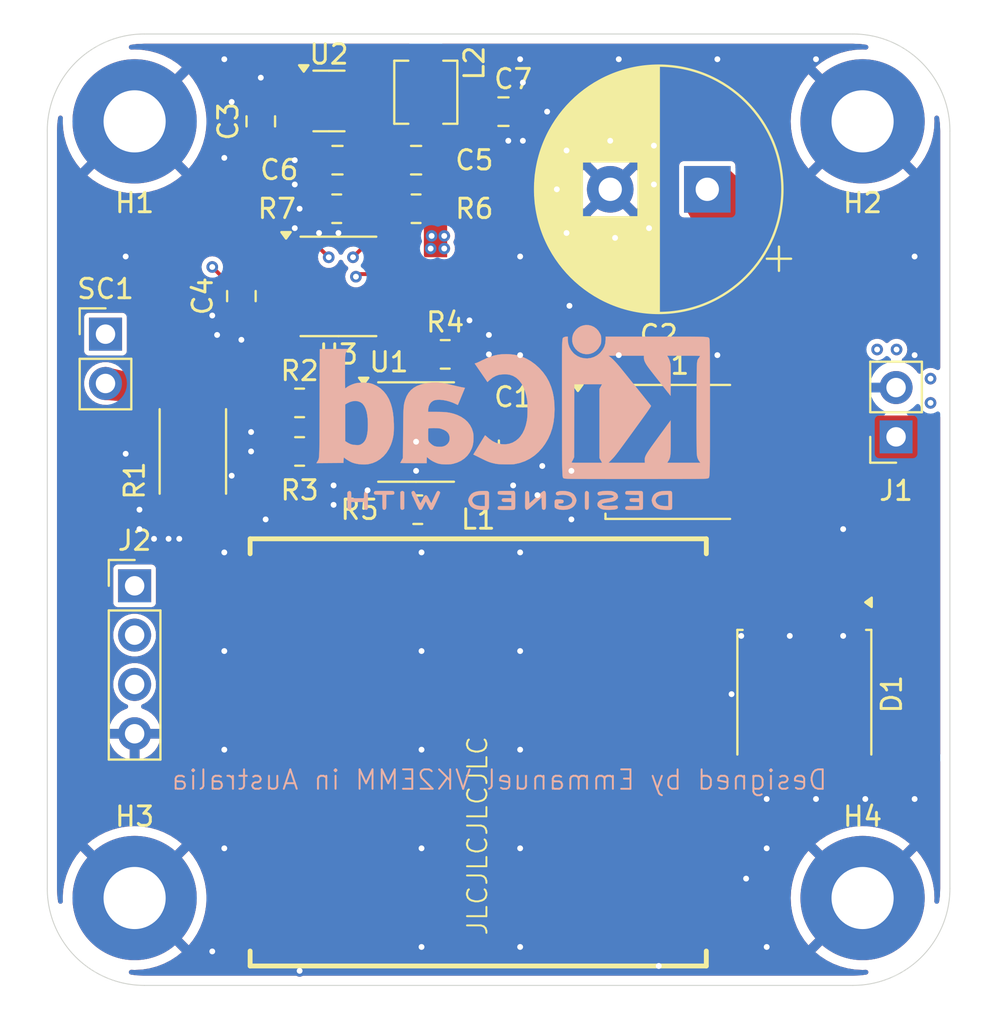
<source format=kicad_pcb>
(kicad_pcb (version 20240108) (generator "pcbnew") (generator_version "8.0")
  (layers (0 "F.Cu" signal) (1 "In1.Cu" signal) (2 "In2.Cu" signal) (3 "In3.Cu" signal) (4 "In4.Cu" signal) (31 "B.Cu" signal) (34 "B.Paste" user) (35 "F.Paste" user) (36 "B.SilkS" user "B.Silkscreen") (37 "F.SilkS" user "F.Silkscreen") (38 "B.Mask" user) (39 "F.Mask" user) (44 "Edge.Cuts" user))
  (net 0 "")
  (net 1 "VBUS")
  (net 2 "GND")
  (net 3 "VCC")
  (net 4 "Net-(U1-+)")
  (net 5 "Net-(U1--)")
  (net 6 "/V_{drop}")
  (net 7 "Net-(SC1--)")
  (net 10 "/swdio")
  (net 11 "/swclk")
  (net 12 "Net-(U2-FB)")
  (net 13 "Net-(Q1-D)")
  (net 14 "/pwm")
  (net 15 "Net-(D1-A)")
  (net 16 "Net-(U2-SW)")
  (footprint "plib:IND-SMD_L23.5-W22.0" (layer "F.Cu") (at 84.2 86.5)
    (property "Reference" "L1" (at 0 -12 0) (layer "F.SilkS"))
    (property "Value" "FXL2213-680-M 100u")
    (pad "1" smd rect (at -9.2 0) (size 5.75 20) (layers "F.Cu" "F.Paste" "F.Mask") (net 1 "VBUS"))
    (pad "2" smd rect (at 9.2 0) (size 5.75 20) (layers "F.Cu" "F.Paste" "F.Mask") (net 13 "Net-(Q1-D)"))
  )
  (footprint "Inductor_SMD:L_Vishay_IHLP-1212" (layer "F.Cu") (at 81.5 52.5 -90)
    (property "Reference" "L2" (at -1.5 -2.5 90) (layer "F.SilkS"))
    (property "Value" "2.2u")
    (pad "1" smd rect (at -1.35 0 270) (size 1.5 1.2) (layers "F.Cu" "F.Paste" "F.Mask") (net 16 "Net-(U2-SW)"))
    (pad "2" smd rect (at 1.35 0 270) (size 1.5 1.2) (layers "F.Cu" "F.Paste" "F.Mask") (net 3 "VCC"))
  )
  (footprint "Resistor_SMD:R_2512_6332Metric" (layer "F.Cu") (at 69.5 71 -90)
    (property "Reference" "R1" (at 1.5 3 90) (layer "F.SilkS"))
    (property "Value" "50m")
    (pad "1" smd roundrect (at -2.9625 0 270) (size 1.225 3.35) (layers "F.Cu" "F.Paste" "F.Mask") (roundrect_rratio 0.204082) (net 7 "Net-(SC1--)"))
    (pad "2" smd roundrect (at 2.9625 0 270) (size 1.225 3.35) (layers "F.Cu" "F.Paste" "F.Mask") (roundrect_rratio 0.204082) (net 2 "GND"))
  )
  (footprint "Resistor_SMD:R_0805_2012Metric" (layer "F.Cu") (at 75 68.5)
    (property "Reference" "R2" (at 0 -1.65 0) (layer "F.SilkS"))
    (property "Value" "282k")
    (pad "1" smd roundrect (at -0.9125 0) (size 1.025 1.4) (layers "F.Cu" "F.Paste" "F.Mask") (roundrect_rratio 0.243902) (net 7 "Net-(SC1--)"))
    (pad "2" smd roundrect (at 0.9125 0) (size 1.025 1.4) (layers "F.Cu" "F.Paste" "F.Mask") (roundrect_rratio 0.243902) (net 4 "Net-(U1-+)"))
  )
  (footprint "Resistor_SMD:R_0805_2012Metric" (layer "F.Cu") (at 76.9125 58.5 180)
    (property "Reference" "R7" (at 3.0875 0 0) (layer "F.SilkS"))
    (property "Value" "100k")
    (pad "1" smd roundrect (at -0.9125 0 180) (size 1.025 1.4) (layers "F.Cu" "F.Paste" "F.Mask") (roundrect_rratio 0.243902) (net 12 "Net-(U2-FB)"))
    (pad "2" smd roundrect (at 0.9125 0 180) (size 1.025 1.4) (layers "F.Cu" "F.Paste" "F.Mask") (roundrect_rratio 0.243902) (net 2 "GND"))
  )
  (footprint "Resistor_SMD:R_0805_2012Metric" (layer "F.Cu") (at 81.0875 74)
    (property "Reference" "R5" (at -3 0 0) (layer "F.SilkS"))
    (property "Value" "4.7k")
    (pad "1" smd roundrect (at -0.9125 0) (size 1.025 1.4) (layers "F.Cu" "F.Paste" "F.Mask") (roundrect_rratio 0.243902) (net 5 "Net-(U1--)"))
    (pad "2" smd roundrect (at 0.9125 0) (size 1.025 1.4) (layers "F.Cu" "F.Paste" "F.Mask") (roundrect_rratio 0.243902) (net 6 "/V_{drop}"))
  )
  (footprint "Resistor_SMD:R_0805_2012Metric" (layer "F.Cu") (at 82.5 66)
    (property "Reference" "R4" (at 0 -1.65 0) (layer "F.SilkS"))
    (property "Value" "4.7k")
    (pad "1" smd roundrect (at -0.9125 0) (size 1.025 1.4) (layers "F.Cu" "F.Paste" "F.Mask") (roundrect_rratio 0.243902) (net 4 "Net-(U1-+)"))
    (pad "2" smd roundrect (at 0.9125 0) (size 1.025 1.4) (layers "F.Cu" "F.Paste" "F.Mask") (roundrect_rratio 0.243902) (net 2 "GND"))
  )
  (footprint "MountingHole:MountingHole_3.2mm_M3_Pad" (layer "F.Cu") (at 66.5 94)
    (property "Reference" "H3" (at 0 -4.2 0) (layer "F.SilkS"))
    (property "Value" "MountingHole_Pad")
    (pad "1" thru_hole circle (at 0 0) (size 6.4 6.4) (drill 3.2) (layers "*.Cu" "*.Mask") (net 2 "GND"))
  )
  (footprint "Capacitor_THT:CP_Radial_D12.5mm_P5.00mm" (layer "F.Cu") (at 96 57.5 180)
    (property "Reference" "C2" (at 2.5 -7.5 0) (layer "F.SilkS"))
    (property "Value" "200u")
    (pad "1" thru_hole rect (at 0 0 180) (size 2.4 2.4) (drill 1.2) (layers "*.Cu" "*.Mask") (net 15 "Net-(D1-A)"))
    (pad "2" thru_hole circle (at 5 0 180) (size 2.4 2.4) (drill 1.2) (layers "*.Cu" "*.Mask") (net 2 "GND"))
  )
  (footprint "Resistor_SMD:R_0805_2012Metric" (layer "F.Cu") (at 75 71)
    (property "Reference" "R3" (at 0 2 0) (layer "F.SilkS"))
    (property "Value" "282k")
    (pad "1" smd roundrect (at -0.9125 0) (size 1.025 1.4) (layers "F.Cu" "F.Paste" "F.Mask") (roundrect_rratio 0.243902) (net 2 "GND"))
    (pad "2" smd roundrect (at 0.9125 0) (size 1.025 1.4) (layers "F.Cu" "F.Paste" "F.Mask") (roundrect_rratio 0.243902) (net 5 "Net-(U1--)"))
  )
  (footprint "Package_SO:SOIC-8_3.9x4.9mm_P1.27mm" (layer "F.Cu") (at 77 62.5)
    (property "Reference" "U3" (at 0 3.5 0) (layer "F.SilkS"))
    (property "Value" "STM32G030J6Mx")
    (pad "1" smd roundrect (at -2.475 -1.905) (size 1.95 0.6) (layers "F.Cu" "F.Paste" "F.Mask") (net 6 "/V_{drop}"))
    (pad "2" smd roundrect (at -2.475 -0.635) (size 1.95 0.6) (layers "F.Cu" "F.Paste" "F.Mask") (net 3 "VCC"))
    (pad "3" smd roundrect (at -2.475 0.635) (size 1.95 0.6) (layers "F.Cu" "F.Paste" "F.Mask") (net 2 "GND"))
    (pad "4" smd roundrect (at -2.475 1.905) (size 1.95 0.6) (layers "F.Cu" "F.Paste" "F.Mask"))
    (pad "5" smd roundrect (at 2.475 1.905) (size 1.95 0.6) (layers "F.Cu" "F.Paste" "F.Mask"))
    (pad "6" smd roundrect (at 2.475 0.635) (size 1.95 0.6) (layers "F.Cu" "F.Paste" "F.Mask") (net 14 "/pwm"))
    (pad "7" smd roundrect (at 2.475 -0.635) (size 1.95 0.6) (layers "F.Cu" "F.Paste" "F.Mask") (net 10 "/swdio"))
    (pad "8" smd roundrect (at 2.475 -1.905) (size 1.95 0.6) (layers "F.Cu" "F.Paste" "F.Mask") (net 11 "/swclk"))
  )
  (footprint "Capacitor_SMD:C_0805_2012Metric" (layer "F.Cu") (at 86 70.7 -90)
    (property "Reference" "C1" (at -2.5 0 0) (layer "F.SilkS"))
    (property "Value" "100n")
    (pad "1" smd roundrect (at -0.95 0 270) (size 1 1.45) (layers "F.Cu" "F.Paste" "F.Mask") (net 1 "VBUS"))
    (pad "2" smd roundrect (at 0.95 0 270) (size 1 1.45) (layers "F.Cu" "F.Paste" "F.Mask") (net 2 "GND"))
  )
  (footprint "Package_TO_SOT_SMD:TSOT-23-5" (layer "F.Cu") (at 76.5125 52.95)
    (property "Reference" "U2" (at 0 -2.4 0) (layer "F.SilkS"))
    (property "Value" "LM3671")
    (pad "1" smd roundrect (at -1.1375 -0.95) (size 1.325 0.6) (layers "F.Cu" "F.Paste" "F.Mask") (net 1 "VBUS"))
    (pad "2" smd roundrect (at -1.1375 0) (size 1.325 0.6) (layers "F.Cu" "F.Paste" "F.Mask") (net 2 "GND"))
    (pad "3" smd roundrect (at -1.1375 0.95) (size 1.325 0.6) (layers "F.Cu" "F.Paste" "F.Mask") (net 1 "VBUS"))
    (pad "4" smd roundrect (at 1.1375 0.95) (size 1.325 0.6) (layers "F.Cu" "F.Paste" "F.Mask") (net 12 "Net-(U2-FB)"))
    (pad "5" smd roundrect (at 1.1375 -0.95) (size 1.325 0.6) (layers "F.Cu" "F.Paste" "F.Mask") (net 16 "Net-(U2-SW)"))
  )
  (footprint "MountingHole:MountingHole_3.2mm_M3_Pad" (layer "F.Cu") (at 104 54 180)
    (property "Reference" "H2" (at 0 -4.2 0) (layer "F.SilkS"))
    (property "Value" "MountingHole_Pad")
    (pad "1" thru_hole circle (at 0 0 180) (size 6.4 6.4) (drill 3.2) (layers "*.Cu" "*.Mask") (net 2 "GND"))
  )
  (footprint "Capacitor_SMD:C_0805_2012Metric" (layer "F.Cu") (at 73 54 90)
    (property "Reference" "C3" (at 0 -1.68 90) (layer "F.SilkS"))
    (property "Value" "4.7u")
    (pad "1" smd roundrect (at -0.95 0 90) (size 1 1.45) (layers "F.Cu" "F.Paste" "F.Mask") (net 1 "VBUS"))
    (pad "2" smd roundrect (at 0.95 0 90) (size 1 1.45) (layers "F.Cu" "F.Paste" "F.Mask") (net 2 "GND"))
  )
  (footprint "Connector_PinHeader_2.54mm:PinHeader_1x04_P2.54mm_Vertical" (layer "F.Cu") (at 66.5 77.92)
    (property "Reference" "J2" (at 0 -2.33 0) (layer "F.SilkS"))
    (property "Value" "programming")
    (pad "1" thru_hole rect (at 0 0) (size 1.7 1.7) (drill 1) (layers "*.Cu" "*.Mask") (net 3 "VCC"))
    (pad "2" thru_hole oval (at 0 2.54) (size 1.7 1.7) (drill 1) (layers "*.Cu" "*.Mask") (net 11 "/swclk"))
    (pad "3" thru_hole oval (at 0 5.08) (size 1.7 1.7) (drill 1) (layers "*.Cu" "*.Mask") (net 10 "/swdio"))
    (pad "4" thru_hole oval (at 0 7.62) (size 1.7 1.7) (drill 1) (layers "*.Cu" "*.Mask") (net 2 "GND"))
  )
  (footprint "Package_SO:SOIC-8_3.9x4.9mm_P1.27mm" (layer "F.Cu") (at 81 70)
    (property "Reference" "U1" (at -1.4 -3.6 0) (layer "F.SilkS"))
    (property "Value" "MC33201DR2G")
    (pad "1" smd roundrect (at -2.475 -1.905) (size 1.95 0.6) (layers "F.Cu" "F.Paste" "F.Mask") (net 4 "Net-(U1-+)"))
    (pad "2" smd roundrect (at -2.475 -0.635) (size 1.95 0.6) (layers "F.Cu" "F.Paste" "F.Mask") (net 5 "Net-(U1--)"))
    (pad "3" smd roundrect (at -2.475 0.635) (size 1.95 0.6) (layers "F.Cu" "F.Paste" "F.Mask"))
    (pad "4" smd roundrect (at -2.475 1.905) (size 1.95 0.6) (layers "F.Cu" "F.Paste" "F.Mask") (net 2 "GND"))
    (pad "5" smd roundrect (at 2.475 1.905) (size 1.95 0.6) (layers "F.Cu" "F.Paste" "F.Mask"))
    (pad "6" smd roundrect (at 2.475 0.635) (size 1.95 0.6) (layers "F.Cu" "F.Paste" "F.Mask") (net 6 "/V_{drop}"))
    (pad "7" smd roundrect (at 2.475 -0.635) (size 1.95 0.6) (layers "F.Cu" "F.Paste" "F.Mask") (net 1 "VBUS"))
    (pad "8" smd roundrect (at 2.475 -1.905) (size 1.95 0.6) (layers "F.Cu" "F.Paste" "F.Mask"))
  )
  (footprint "Capacitor_SMD:C_0805_2012Metric" (layer "F.Cu") (at 85.5 53.5)
    (property "Reference" "C7" (at 0.5 -1.68 0) (layer "F.SilkS"))
    (property "Value" "10u")
    (pad "1" smd roundrect (at -0.95 0) (size 1 1.45) (layers "F.Cu" "F.Paste" "F.Mask") (net 3 "VCC"))
    (pad "2" smd roundrect (at 0.95 0) (size 1 1.45) (layers "F.Cu" "F.Paste" "F.Mask") (net 2 "GND"))
  )
  (footprint "Capacitor_SMD:C_0805_2012Metric" (layer "F.Cu") (at 72 63 -90)
    (property "Reference" "C4" (at 0 2 90) (layer "F.SilkS"))
    (property "Value" "100n")
    (pad "1" smd roundrect (at -0.95 0 270) (size 1 1.45) (layers "F.Cu" "F.Paste" "F.Mask") (net 3 "VCC"))
    (pad "2" smd roundrect (at 0.95 0 270) (size 1 1.45) (layers "F.Cu" "F.Paste" "F.Mask") (net 2 "GND"))
  )
  (footprint "Package_TO_SOT_SMD:TO-252-2" (layer "F.Cu") (at 101 83.5 -90)
    (property "Reference" "D1" (at 0 -4.5 90) (layer "F.SilkS"))
    (property "Value" "VS-48CTQ060S")
    (pad "1" smd roundrect (at -5.04 -2.28 270) (size 2.2 1.2) (layers "F.Cu" "F.Paste" "F.Mask") (roundrect_rratio 0.208333) (net 13 "Net-(Q1-D)"))
    (pad "2" smd roundrect (at -0.415 -1.525 270) (size 3.05 2.75) (layers "F.Cu" "F.Paste") (roundrect_rratio 0.090909) (net 15 "Net-(D1-A)"))
    (pad "2" smd roundrect (at -0.415 1.525 270) (size 3.05 2.75) (layers "F.Cu" "F.Paste") (roundrect_rratio 0.090909) (net 15 "Net-(D1-A)"))
    (pad "2" smd roundrect (at 1.26 0 270) (size 6.4 5.8) (layers "F.Cu" "F.Mask") (roundrect_rratio 0.043103) (net 15 "Net-(D1-A)"))
    (pad "2" smd roundrect (at 2.935 -1.525 270) (size 3.05 2.75) (layers "F.Cu" "F.Paste") (roundrect_rratio 0.090909) (net 15 "Net-(D1-A)"))
    (pad "2" smd roundrect (at 2.935 1.525 270) (size 3.05 2.75) (layers "F.Cu" "F.Paste") (roundrect_rratio 0.090909) (net 15 "Net-(D1-A)"))
    (pad "3" smd roundrect (at -5.04 2.28 270) (size 2.2 1.2) (layers "F.Cu" "F.Paste" "F.Mask") (roundrect_rratio 0.208333) (net 13 "Net-(Q1-D)"))
  )
  (footprint "Connector_PinHeader_2.54mm:PinHeader_1x02_P2.54mm_Vertical" (layer "F.Cu") (at 65 64.96)
    (property "Reference" "SC1" (at 0 -2.33 0) (layer "F.SilkS"))
    (property "Value" "Solar_Cells")
    (pad "1" thru_hole rect (at 0 0) (size 1.7 1.7) (drill 1) (layers "*.Cu" "*.Mask") (net 1 "VBUS"))
    (pad "2" thru_hole oval (at 0 2.54) (size 1.7 1.7) (drill 1) (layers "*.Cu" "*.Mask") (net 7 "Net-(SC1--)"))
  )
  (footprint "MountingHole:MountingHole_3.2mm_M3_Pad" (layer "F.Cu") (at 66.5 54 180)
    (property "Reference" "H1" (at 0 -4.2 0) (layer "F.SilkS"))
    (property "Value" "MountingHole_Pad")
    (pad "1" thru_hole circle (at 0 0 180) (size 6.4 6.4) (drill 3.2) (layers "*.Cu" "*.Mask") (net 2 "GND"))
  )
  (footprint "Capacitor_SMD:C_0805_2012Metric" (layer "F.Cu") (at 81 56 180)
    (property "Reference" "C5" (at -3 0 0) (layer "F.SilkS"))
    (property "Value" "6.8p")
    (pad "1" smd roundrect (at -0.95 0 180) (size 1 1.45) (layers "F.Cu" "F.Paste" "F.Mask") (net 3 "VCC"))
    (pad "2" smd roundrect (at 0.95 0 180) (size 1 1.45) (layers "F.Cu" "F.Paste" "F.Mask") (net 12 "Net-(U2-FB)"))
  )
  (footprint "Package_TO_SOT_SMD:TO-252-2" (layer "F.Cu") (at 94.065 71.025)
    (property "Reference" "Q1" (at 0 -4.5 0) (layer "F.SilkS"))
    (property "Value" "IPD25N06S4L30ATMA2")
    (pad "1" smd roundrect (at -5.04 -2.28) (size 2.2 1.2) (layers "F.Cu" "F.Paste" "F.Mask") (roundrect_rratio 0.208333) (net 14 "/pwm"))
    (pad "2" smd roundrect (at -0.415 -1.525) (size 3.05 2.75) (layers "F.Cu" "F.Paste") (roundrect_rratio 0.090909) (net 13 "Net-(Q1-D)"))
    (pad "2" smd roundrect (at -0.415 1.525) (size 3.05 2.75) (layers "F.Cu" "F.Paste") (roundrect_rratio 0.090909) (net 13 "Net-(Q1-D)"))
    (pad "2" smd roundrect (at 1.26 0) (size 6.4 5.8) (layers "F.Cu" "F.Mask") (roundrect_rratio 0.043103) (net 13 "Net-(Q1-D)"))
    (pad "2" smd roundrect (at 2.935 -1.525) (size 3.05 2.75) (layers "F.Cu" "F.Paste") (roundrect_rratio 0.090909) (net 13 "Net-(Q1-D)"))
    (pad "2" smd roundrect (at 2.935 1.525) (size 3.05 2.75) (layers "F.Cu" "F.Paste") (roundrect_rratio 0.090909) (net 13 "Net-(Q1-D)"))
    (pad "3" smd roundrect (at -5.04 2.28) (size 2.2 1.2) (layers "F.Cu" "F.Paste" "F.Mask") (roundrect_rratio 0.208333) (net 2 "GND"))
  )
  (footprint "Resistor_SMD:R_0805_2012Metric" (layer "F.Cu") (at 81 58.5 180)
    (property "Reference" "R6" (at -3 0 0) (layer "F.SilkS"))
    (property "Value" "562k")
    (pad "1" smd roundrect (at -0.9125 0 180) (size 1.025 1.4) (layers "F.Cu" "F.Paste" "F.Mask") (roundrect_rratio 0.243902) (net 3 "VCC"))
    (pad "2" smd roundrect (at 0.9125 0 180) (size 1.025 1.4) (layers "F.Cu" "F.Paste" "F.Mask") (roundrect_rratio 0.243902) (net 12 "Net-(U2-FB)"))
  )
  (footprint "Capacitor_SMD:C_0805_2012Metric" (layer "F.Cu") (at 76.95 56 180)
    (property "Reference" "C6" (at 3 -0.5 0) (layer "F.SilkS"))
    (property "Value" "33p")
    (pad "1" smd roundrect (at -0.95 0 180) (size 1 1.45) (layers "F.Cu" "F.Paste" "F.Mask") (net 12 "Net-(U2-FB)"))
    (pad "2" smd roundrect (at 0.95 0 180) (size 1 1.45) (layers "F.Cu" "F.Paste" "F.Mask") (net 2 "GND"))
  )
  (footprint "Connector_PinSocket_2.54mm:PinSocket_1x02_P2.54mm_Vertical" (layer "F.Cu") (at 105.725 70.25 180)
    (property "Reference" "J1" (at 0 -2.77 0) (layer "F.SilkS"))
    (property "Value" "Out")
    (pad "1" thru_hole rect (at 0 0 180) (size 1.7 1.7) (drill 1) (layers "*.Cu" "*.Mask") (net 15 "Net-(D1-A)"))
    (pad "2" thru_hole oval (at 0 2.54 180) (size 1.7 1.7) (drill 1) (layers "*.Cu" "*.Mask") (net 2 "GND"))
  )
  (footprint "MountingHole:MountingHole_3.2mm_M3_Pad" (layer "F.Cu") (at 104 94)
    (property "Reference" "H4" (at 0 -4.2 0) (layer "F.SilkS"))
    (property "Value" "MountingHole_Pad")
    (pad "1" thru_hole circle (at 0 0) (size 6.4 6.4) (drill 3.2) (layers "*.Cu" "*.Mask") (net 2 "GND"))
  )
  (footprint "Symbol:KiCad-Logo2_8mm_SilkScreen" (layer "B.Cu") (at 86.009893 68.426424 180)
    (property "Reference" "REF**" (hide yes))
    (property "Value" "KiCad-Logo2_8mm_SilkScreen" (hide yes))
  )
  (gr_poly (pts (xy 73 52.75) (xy 73 53.5) (xy 75.25 53.25) (xy 75.25 52.75)) (stroke (width 0.2)) (fill solid) (layer "F.Cu") (net 2))
  (gr_poly (pts (xy 83.5 69) (xy 86 69.25) (xy 86 70.25) (xy 83.5 69.75)) (stroke (width 0.2)) (fill solid) (layer "F.Cu") (net 1))
  (gr_poly (pts (xy 84.5 53) (xy 84.5 54) (xy 81.75 54.5) (xy 81.75 53.25)) (stroke (width 0.2)) (fill solid) (layer "F.Cu") (net 3))
  (gr_poly (pts (xy 81 54) (xy 81.5 55.5) (xy 81.5 59) (xy 82.5 59) (xy 82.5 55.5) (xy 82 54)) (stroke (width 0.2)) (fill solid) (layer "F.Cu") (net 3))
  (gr_poly (pts (xy 72 63.5) (xy 72 64.25) (xy 73.75 63.25) (xy 73.75 63)) (stroke (width 0.2)) (fill solid) (layer "F.Cu") (net 2))
  (gr_poly (pts (xy 75.5 55.25) (xy 75.5 59.25) (xy 76.5 59.25) (xy 76.5 55.25)) (stroke (width 0.2)) (fill solid) (layer "F.Cu") (net 2))
  (gr_poly (pts (xy 77 54) (xy 77.5 55) (xy 77.5 59) (xy 80.5 59) (xy 80.5 55.5) (xy 79 54.5) (xy 78.5 54)) (stroke (width 0.2)) (fill solid) (layer "F.Cu") (net 12))
  (gr_poly (pts (xy 73 54.5) (xy 73 55.25) (xy 75 54.25) (xy 75 53.75)) (stroke (width 0.2)) (fill solid) (layer "F.Cu") (net 1))
  (gr_poly (pts (xy 81.5 50.5) (xy 77.5 51.5) (xy 77.5 52.5) (xy 81.5 52)) (stroke (width 0.2)) (fill solid) (layer "F.Cu") (net 16))
  (gr_poly (pts (xy 95 58.5) (xy 102 71) (xy 104 71) (xy 104 63) (xy 97 56.5) (xy 95 56.5)) (stroke (width 0.2)) (fill solid) (layer "F.Cu") (net 15))
  (gr_poly (pts (xy 81.5 59) (xy 81.5 60.9) (xy 82.5 60.9) (xy 82.5 59)) (stroke (width 0.2)) (fill solid) (layer "F.Cu") (net 3))
  (gr_poly (pts (xy 101.0025 82.66) (xy 104.5 81.5) (xy 105.25 77.25) (xy 105.25 71.5) (xy 102 71.25) (xy 102 71) (xy 104 69.25) (xy 107.9 69.25) (xy 107.9 86.5) (xy 101 86.5)) (stroke (width 0.2)) (fill solid) (layer "F.Cu") (net 15))
  (gr_poly (pts (xy 65 66.75) (xy 68.25 67.5) (xy 71 67.5) (xy 74.5 67.75) (xy 74.5 69) (xy 73.75 69) (xy 71 68.5) (xy 68.25 68.5) (xy 65 68.25)) (stroke (width 0.2)) (fill solid) (layer "F.Cu") (net 7))
  (gr_poly (pts (xy 74.5 61.75) (xy 74.5 62) (xy 72 62.5) (xy 72 61.75)) (stroke (width 0.2)) (fill solid) (layer "F.Cu") (net 3))
  (gr_poly (pts (xy 90.5 76.75) (xy 92.25 68.25) (xy 98.5 68.25) (xy 101 75) (xy 103.75 77.5) (xy 103.75 79.5) (xy 90.75 79.5) (xy 90.5 77)) (stroke (width 0.2)) (fill solid) (layer "F.Cu") (net 13))
  (gr_poly (pts (xy 75.75 52.15) (xy 76.35 52.4) (xy 76.35 53.5) (xy 75.75 53.75) (xy 75.75 54) (xy 76.6 54) (xy 76.6 51.75) (xy 75.75 51.75)) (stroke (width 0.2)) (fill solid) (layer "F.Cu") (net 1))
  (gr_line (start 67 49.5) (end 103.5 49.5) (stroke (width 0.05)) (layer "Edge.Cuts"))
  (gr_line (start 103.5 98.5) (end 67 98.5) (stroke (width 0.05)) (layer "Edge.Cuts"))
  (gr_line (start 108.5 54.5) (end 108.5 93.5) (stroke (width 0.05)) (layer "Edge.Cuts"))
  (gr_arc (start 67 98.5) (mid 63.464466 97.035534) (end 62 93.5) (stroke (width 0.05)) (layer "Edge.Cuts"))
  (gr_arc (start 108.5 93.5) (mid 107.035534 97.035534) (end 103.5 98.5) (stroke (width 0.05)) (layer "Edge.Cuts"))
  (gr_line (start 62 93.5) (end 62 54.5) (stroke (width 0.05)) (layer "Edge.Cuts"))
  (gr_arc (start 62 54.5) (mid 63.464466 50.964466) (end 67 49.5) (stroke (width 0.05)) (layer "Edge.Cuts"))
  (gr_arc (start 103.5 49.5) (mid 107.035534 50.964466) (end 108.5 54.5) (stroke (width 0.05)) (layer "Edge.Cuts"))
  (gr_text "Designed by Emmanuel VK2EMM in Australia" (at 102.25 88.5 0) (layer "B.SilkS") (effects (font (size 1 1) (thickness 0.1)) (justify left bottom mirror)))
  (gr_text "JLCJLCJLCJLC" (at 84.75 96 90) (layer "F.SilkS") (effects (font (size 1 1) (thickness 0.1)) (justify left bottom)))
  (via (at 107.5 68.5) (size 0.6) (drill 0.3) (layers "F.Cu" "B.Cu") (net 0))
  (via (at 107.5 67.25) (size 0.6) (drill 0.3) (layers "F.Cu" "B.Cu") (net 0))
  (via (at 104.75 65.75) (size 0.6) (drill 0.3) (layers "F.Cu" "B.Cu") (net 0))
  (via (at 105.75 65.75) (size 0.6) (drill 0.3) (layers "F.Cu" "B.Cu") (net 0))
  (via (at 106.68 60.96) (size 0.6) (drill 0.3) (layers "F.Cu" "B.Cu") (net 2))
  (via (at 88.9 63.5) (size 0.6) (drill 0.3) (layers "F.Cu" "B.Cu") (net 2))
  (via (at 66.04 60.96) (size 0.6) (drill 0.3) (layers "F.Cu" "B.Cu") (net 2))
  (via (at 98 93) (size 0.6) (drill 0.3) (layers "F.Cu" "B.Cu") (net 2))
  (via (at 81.28 96.52) (size 0.6) (drill 0.3) (layers "F.Cu" "B.Cu") (net 2))
  (via (at 87.5 71.75) (size 0.6) (drill 0.3) (layers "F.Cu" "B.Cu") (net 2))
  (via (at 91 55) (size 0.6) (drill 0.3) (layers "F.Cu" "B.Cu") (net 2))
  (via (at 66.75 75) (size 0.6) (drill 0.3) (layers "F.Cu" "B.Cu") (net 2))
  (via (at 81.28 81.28) (size 0.6) (drill 0.3) (layers "F.Cu" "B.Cu") (net 2))
  (via (at 106.68 88.9) (size 0.6) (drill 0.3) (layers "F.Cu" "B.Cu") (net 2))
  (via (at 71.5 53) (size 0.6) (drill 0.3) (layers "F.Cu" "B.Cu") (net 2))
  (via (at 81 72) (size 0.6) (drill 0.3) (layers "F.Cu" "B.Cu") (net 2))
  (via (at 85.75 55) (size 0.6) (drill 0.3) (layers "F.Cu" "B.Cu") (net 2))
  (via (at 99.06 91.44) (size 0.6) (drill 0.3) (layers "F.Cu" "B.Cu") (net 2))
  (via (at 93 59.5) (size 0.6) (drill 0.3) (layers "F.Cu" "B.Cu") (net 2))
  (via (at 86.36 50.8) (size 0.6) (drill 0.3) (layers "F.Cu" "B.Cu") (net 2))
  (via (at 81.28 76.2) (size 0.6) (drill 0.3) (layers "F.Cu" "B.Cu") (net 2))
  (via (at 87.25 73.25) (size 0.6) (drill 0.3) (layers "F.Cu" "B.Cu") (net 2))
  (via (at 70.75 65) (size 0.6) (drill 0.3) (layers "F.Cu" "B.Cu") (net 2))
  (via (at 101.6 88.9) (size 0.6) (drill 0.3) (layers "F.Cu" "B.Cu") (net 2))
  (via (at 89 74.5) (size 0.6) (drill 0.3) (layers "F.Cu" "B.Cu") (net 2))
  (via (at 86 72.75) (size 0.6) (drill 0.3) (layers "F.Cu" "B.Cu") (net 2))
  (via (at 106.68 66.04) (size 0.6) (drill 0.3) (layers "F.Cu" "B.Cu") (net 2))
  (via (at 103 80.5) (size 0.6) (drill 0.3) (layers "F.Cu" "B.Cu") (net 2))
  (via (at 71.12 91.44) (size 0.6) (drill 0.3) (layers "F.Cu" "B.Cu") (net 2))
  (via (at 88.25 57.5) (size 0.6) (drill 0.3) (layers "F.Cu" "B.Cu") (net 2))
  (via (at 93.25 55.25) (size 0.6) (drill 0.3) (layers "F.Cu" "B.Cu") (net 2))
  (via (at 86.36 66.04) (size 0.6) (drill 0.3) (layers "F.Cu" "B.Cu") (net 2))
  (via (at 66.75 74) (size 0.6) (drill 0.3) (layers "F.Cu" "B.Cu") (net 2))
  (via (at 86.36 96.52) (size 0.6) (drill 0.3) (layers "F.Cu" "B.Cu") (net 2))
  (via (at 86.36 81.28) (size 0.6) (drill 0.3) (layers "F.Cu" "B.Cu") (net 2))
  (via (at 93.25 57.25) (size 0.6) (drill 0.3) (layers "F.Cu" "B.Cu") (net 2))
  (via (at 70.5 64) (size 0.6) (drill 0.3) (layers "F.Cu" "B.Cu") (net 2))
  (via (at 91.44 66.04) (size 0.6) (drill 0.3) (layers "F.Cu" "B.Cu") (net 2))
  (via (at 67.5 75.5) (size 0.6) (drill 0.3) (layers "F.Cu" "B.Cu") (net 2))
  (via (at 75 58.5) (size 0.6) (drill 0.3) (layers "F.Cu" "B.Cu") (net 2))
  (via (at 89 72) (size 0.6) (drill 0.3) (layers "F.Cu" "B.Cu") (net 2))
  (via (at 76.75 72.75) (size 0.6) (drill 0.3) (layers "F.Cu" "B.Cu") (net 2))
  (via (at 86.36 60.96) (size 0.6) (drill 0.3) (layers "F.Cu" "B.Cu") (net 2))
  (via (at 86.5 55) (size 0.6) (drill 0.3) (layers "F.Cu" "B.Cu") (net 2))
  (via (at 97.25 83.5) (size 0.6) (drill 0.3) (layers "F.Cu" "B.Cu") (net 2))
  (via (at 86.36 86.36) (size 0.6) (drill 0.3) (layers "F.Cu" "B.Cu") (net 2))
  (via (at 81.28 86.36) (size 0.6) (drill 0.3) (layers "F.Cu" "B.Cu") (net 2))
  (via (at 83.75 64.25) (size 0.6) (drill 0.3) (layers "F.Cu" "B.Cu") (net 2))
  (via (at 88.75 59.75) (size 0.6) (drill 0.3) (layers "F.Cu" "B.Cu") (net 2))
  (via (at 84.75 65) (size 0.6) (drill 0.3) (layers "F.Cu" "B.Cu") (net 2))
  (via (at 74.75 56) (size 0.6) (drill 0.3) (layers "F.Cu" "B.Cu") (net 2))
  (via (at 72.5 71) (size 0.6) (drill 0.3) (layers "F.Cu" "B.Cu") (net 2))
  (via (at 93.5 97.5) (size 0.6) (drill 0.3) (layers "F.Cu" "B.Cu") (net 2))
  (via (at 97.75 80.5) (size 0.6) (drill 0.3) (layers "F.Cu" "B.Cu") (net 2))
  (via (at 76.75 73.75) (size 0.6) (drill 0.3) (layers "F.Cu" "B.Cu") (net 2))
  (via (at 73 51.75) (size 0.6) (drill 0.3) (layers "F.Cu" "B.Cu") (net 2))
  (via (at 101.6 50.8) (size 0.6) (drill 0.3) (layers "F.Cu" "B.Cu") (net 2))
  (via (at 74.75 57.25) (size 0.6) (drill 0.3) (layers "F.Cu" "B.Cu") (net 2))
  (via (at 71.5 72.25) (size 0.6) (drill 0.3) (layers "F.Cu" "B.Cu") (net 2))
  (via (at 71.12 55.88) (size 0.6) (drill 0.3) (layers "F.Cu" "B.Cu") (net 2))
  (via (at 73.25 74.5) (size 0.6) (drill 0.3) (layers "F.Cu" "B.Cu") (net 2))
  (via (at 68.25 75.5) (size 0.6) (drill 0.3) (layers "F.Cu" "B.Cu") (net 2))
  (via (at 88.75 55.5) (size 0.6) (drill 0.3) (layers "F.Cu" "B.Cu") (net 2))
  (via (at 100.25 80.5) (size 0.6) (drill 0.3) (layers "F.Cu" "B.Cu") (net 2))
  (via (at 71.12 76.2) (size 0.6) (drill 0.3) (layers "F.Cu" "B.Cu") (net 2))
  (via (at 77 59.75) (size 0.6) (drill 0.3) (layers "F.Cu" "B.Cu") (net 2))
  (via (at 68.8 75.5) (size 0.6) (drill 0.3) (layers "F.Cu" "B.Cu") (net 2))
  (via (at 96.52 66.04) (size 0.6) (drill 0.3) (layers "F.Cu" "B.Cu") (net 2))
  (via (at 74.75 59.5) (size 0.6) (drill 0.3) (layers "F.Cu" "B.Cu") (net 2))
  (via (at 81.28 91.44) (size 0.6) (drill 0.3) (layers "F.Cu" "B.Cu") (net 2))
  (via (at 87.75 53.5) (size 0.6) (drill 0.3) (layers "F.Cu" "B.Cu") (net 2))
  (via (at 75 97.75) (size 0.6) (drill 0.3) (layers "F.Cu" "B.Cu") (net 2))
  (via (at 86.5 52) (size 0.6) (drill 0.3) (layers "F.Cu" "B.Cu") (net 2))
  (via (at 72 65.25) (size 0.6) (drill 0.3) (layers "F.Cu" "B.Cu") (net 2))
  (via (at 84.75 66) (size 0.6) (drill 0.3) (layers "F.Cu" "B.Cu") (net 2))
  (via (at 104.14 88.9) (size 0.6) (drill 0.3) (layers "F.Cu" "B.Cu") (net 2))
  (via (at 76 59.75) (size 0.6) (drill 0.3) (layers "F.Cu" "B.Cu") (net 2))
  (via (at 103 75) (size 0.6) (drill 0.3) (layers "F.Cu" "B.Cu") (net 2))
  (via (at 71.12 86.36) (size 0.6) (drill 0.3) (layers "F.Cu" "B.Cu") (net 2))
  (via (at 71.12 81.28) (size 0.6) (drill 0.3) (layers "F.Cu" "B.Cu") (net 2))
  (via (at 96.52 50.8) (size 0.6) (drill 0.3) (layers "F.Cu" "B.Cu") (net 2))
  (via (at 72.5 70) (size 0.6) (drill 0.3) (layers "F.Cu" "B.Cu") (net 2))
  (via (at 91.44 50.8) (size 0.6) (drill 0.3) (layers "F.Cu" "B.Cu") (net 2))
  (via (at 86.36 91.44) (size 0.6) (drill 0.3) (layers "F.Cu" "B.Cu") (net 2))
  (via (at 99.06 88.9) (size 0.6) (drill 0.3) (layers "F.Cu" "B.Cu") (net 2))
  (via (at 71.12 50.8) (size 0.6) (drill 0.3) (layers "F.Cu" "B.Cu") (net 2))
  (via (at 86.36 76.2) (size 0.6) (drill 0.3) (layers "F.Cu" "B.Cu") (net 2))
  (via (at 70.5 96.75) (size 0.6) (drill 0.3) (layers "F.Cu" "B.Cu") (net 2))
  (via (at 78.5 73) (size 0.6) (drill 0.3) (layers "F.Cu" "B.Cu") (net 2))
  (via (at 99.06 96.52) (size 0.6) (drill 0.3) (layers "F.Cu" "B.Cu") (net 2))
  (via (at 91.25 60) (size 0.6) (drill 0.3) (layers "F.Cu" "B.Cu") (net 2))
  (via (at 66.04 71.12) (size 0.6) (drill 0.3) (layers "F.Cu" "B.Cu") (net 2))
  (segment (start 71.05 62.05) (end 72 62.05) (width 0.2) (layer "F.Cu") (net 3))
  (segment (start 70.5 61.5) (end 71.05 62.05) (width 0.2) (layer "F.Cu") (net 3))
  (via (at 81.75 60.55) (size 0.6) (drill 0.3) (layers "F.Cu" "B.Cu") (net 3))
  (via (at 70.5 61.5) (size 0.6) (drill 0.3) (layers "F.Cu" "B.Cu") (net 3))
  (via (at 82.45 60.55) (size 0.6) (drill 0.3) (layers "F.Cu" "B.Cu") (net 3))
  (via (at 81.8 59.9) (size 0.6) (drill 0.3) (layers "F.Cu" "B.Cu") (net 3))
  (via (at 82.45 59.9) (size 0.6) (drill 0.3) (layers "F.Cu" "B.Cu") (net 3))
  (segment (start 74.525 60.595) (end 76.095 60.595) (width 0.2) (layer "F.Cu") (net 6))
  (segment (start 76.095 60.595) (end 76.5 61) (width 0.2) (layer "F.Cu") (net 6))
  (via (at 76.5 61) (size 0.6) (drill 0.3) (layers "F.Cu" "B.Cu") (net 6))
  (via (at 81 70.5) (size 0.6) (drill 0.3) (layers "F.Cu" "B.Cu") (net 6))
  (segment (start 78.035 61.865) (end 77.9 62) (width 0.2) (layer "F.Cu") (net 10))
  (segment (start 79.475 61.865) (end 78.035 61.865) (width 0.2) (layer "F.Cu") (net 10))
  (via (at 77.9 62) (size 0.6) (drill 0.3) (layers "F.Cu" "B.Cu") (net 10))
  (segment (start 78.155 60.595) (end 77.75 61) (width 0.2) (layer "F.Cu") (net 11))
  (segment (start 79.475 60.595) (end 78.155 60.595) (width 0.2) (layer "F.Cu") (net 11))
  (via (at 77.75 61) (size 0.6) (drill 0.3) (layers "F.Cu" "B.Cu") (net 11))
  (zone (net 2) (net_name "GND") (layers "F.Cu" "In2.Cu" "In3.Cu" "In4.Cu" "B.Cu") (connect_pads (clearance 0.25)) (min_thickness 0.25) (fill yes (thermal_gap 0.5) (thermal_bridge_width 0.5))
    (polygon (pts (xy 60 47.75) (xy 60 100.5) (xy 110.75 100.5) (xy 110.75 47.75)))
  )
)
</source>
